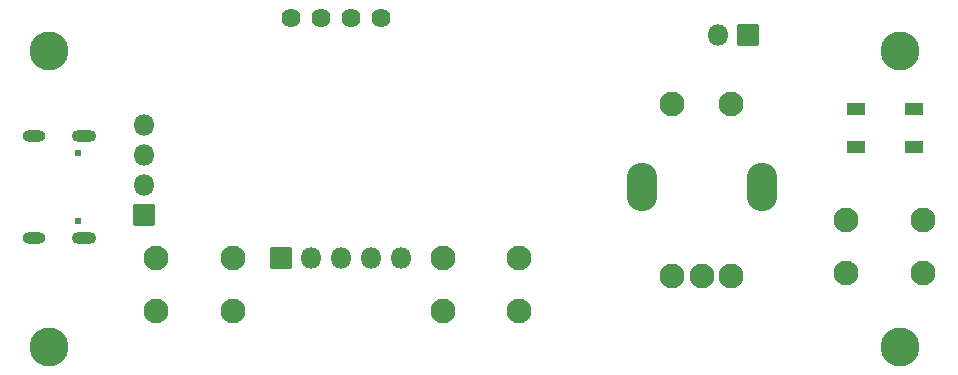
<source format=gbr>
%TF.GenerationSoftware,KiCad,Pcbnew,(7.0.0)*%
%TF.CreationDate,2023-06-29T16:26:30+02:00*%
%TF.ProjectId,V0_Display,56305f44-6973-4706-9c61-792e6b696361,rev?*%
%TF.SameCoordinates,Original*%
%TF.FileFunction,Soldermask,Top*%
%TF.FilePolarity,Negative*%
%FSLAX46Y46*%
G04 Gerber Fmt 4.6, Leading zero omitted, Abs format (unit mm)*
G04 Created by KiCad (PCBNEW (7.0.0)) date 2023-06-29 16:26:30*
%MOMM*%
%LPD*%
G01*
G04 APERTURE LIST*
G04 Aperture macros list*
%AMRoundRect*
0 Rectangle with rounded corners*
0 $1 Rounding radius*
0 $2 $3 $4 $5 $6 $7 $8 $9 X,Y pos of 4 corners*
0 Add a 4 corners polygon primitive as box body*
4,1,4,$2,$3,$4,$5,$6,$7,$8,$9,$2,$3,0*
0 Add four circle primitives for the rounded corners*
1,1,$1+$1,$2,$3*
1,1,$1+$1,$4,$5*
1,1,$1+$1,$6,$7*
1,1,$1+$1,$8,$9*
0 Add four rect primitives between the rounded corners*
20,1,$1+$1,$2,$3,$4,$5,0*
20,1,$1+$1,$4,$5,$6,$7,0*
20,1,$1+$1,$6,$7,$8,$9,0*
20,1,$1+$1,$8,$9,$2,$3,0*%
G04 Aperture macros list end*
%ADD10C,3.300000*%
%ADD11RoundRect,0.050000X-0.750000X-0.500000X0.750000X-0.500000X0.750000X0.500000X-0.750000X0.500000X0*%
%ADD12C,2.100000*%
%ADD13O,2.600000X4.100000*%
%ADD14C,1.624000*%
%ADD15RoundRect,0.050000X0.850000X-0.850000X0.850000X0.850000X-0.850000X0.850000X-0.850000X-0.850000X0*%
%ADD16O,1.800000X1.800000*%
%ADD17RoundRect,0.050000X-0.850000X0.850000X-0.850000X-0.850000X0.850000X-0.850000X0.850000X0.850000X0*%
%ADD18RoundRect,0.050000X0.850000X0.850000X-0.850000X0.850000X-0.850000X-0.850000X0.850000X-0.850000X0*%
%ADD19C,0.620000*%
%ADD20O,2.070000X1.020000*%
%ADD21O,1.970000X0.970000*%
G04 APERTURE END LIST*
D10*
%TO.C,H2*%
X161170000Y-80650000D03*
%TD*%
%TO.C,H3*%
X161170000Y-55650000D03*
%TD*%
D11*
%TO.C,D1*%
X157470000Y-60550000D03*
X157470000Y-63750000D03*
X162370000Y-63750000D03*
X162370000Y-60550000D03*
%TD*%
D12*
%TO.C,SW6*%
X156670000Y-69900000D03*
X163170000Y-69900000D03*
X156670000Y-74400000D03*
X163170000Y-74400000D03*
%TD*%
%TO.C,SW7*%
X141920000Y-74650000D03*
X146920000Y-74650000D03*
X144420000Y-74650000D03*
D13*
X139339999Y-67149999D03*
X149499999Y-67149999D03*
D12*
X141920000Y-60150000D03*
X146920000Y-60150000D03*
%TD*%
D10*
%TO.C,H4*%
X89170000Y-80650000D03*
%TD*%
%TO.C,H1*%
X89170000Y-55650000D03*
%TD*%
D14*
%TO.C,J2*%
X109660000Y-52850000D03*
X112200000Y-52850000D03*
X114740000Y-52850000D03*
X117280000Y-52850000D03*
%TD*%
D15*
%TO.C,J3*%
X108795000Y-73120000D03*
D16*
X111334999Y-73119999D03*
X113874999Y-73119999D03*
X116414999Y-73119999D03*
X118954999Y-73119999D03*
%TD*%
D12*
%TO.C,SW5*%
X128975000Y-73145000D03*
X122475000Y-73145000D03*
X128975000Y-77645000D03*
X122475000Y-77645000D03*
%TD*%
D17*
%TO.C,J8*%
X148300000Y-54260000D03*
D16*
X145759999Y-54259999D03*
%TD*%
D18*
%TO.C,J7*%
X97220000Y-69550000D03*
D16*
X97219999Y-67009999D03*
X97219999Y-64469999D03*
X97219999Y-61929999D03*
%TD*%
D12*
%TO.C,SW1*%
X104720000Y-73145000D03*
X98220000Y-73145000D03*
X104720000Y-77645000D03*
X98220000Y-77645000D03*
%TD*%
D19*
%TO.C,J4*%
X91600000Y-70020000D03*
X91600000Y-64240000D03*
D20*
X92099999Y-71449999D03*
D21*
X87919999Y-71449999D03*
X87919999Y-62809999D03*
D20*
X92099999Y-62809999D03*
%TD*%
M02*

</source>
